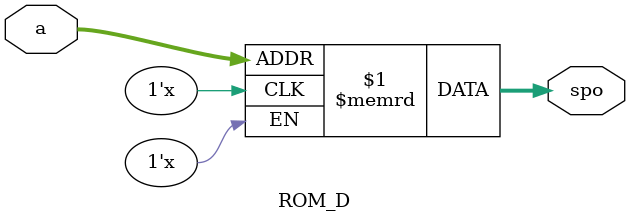
<source format=v>
module ROM_D (
  input [9:0] a,
  output [31:0] spo
  );
  
  reg [31:0] Mem_unit [79:0];
  
  assign spo = Mem_unit[a];
  
endmodule

</source>
